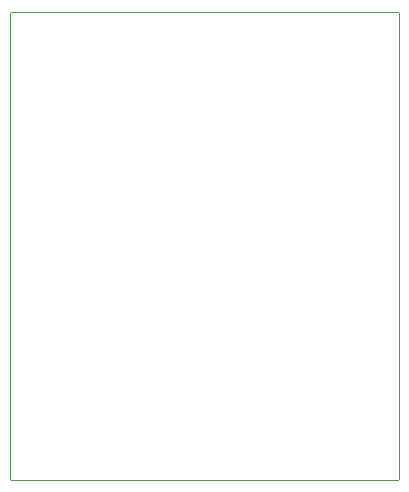
<source format=gm1>
G04*
G04 #@! TF.GenerationSoftware,Altium Limited,Altium Designer,21.2.1 (34)*
G04*
G04 Layer_Color=16711935*
%FSLAX44Y44*%
%MOMM*%
G71*
G04*
G04 #@! TF.SameCoordinates,32138B9C-427C-45C4-8288-55465CA957BF*
G04*
G04*
G04 #@! TF.FilePolarity,Positive*
G04*
G01*
G75*
%ADD70C,0.1000*%
D70*
X328160Y394970D02*
X327660Y395470D01*
X328160Y394970D02*
X327660Y395470D01*
X327660Y-500D02*
X328160Y-0D01*
X327660Y-500D02*
X328160Y-0D01*
X0Y395470D02*
X-500Y394970D01*
X0Y395470D02*
X-500Y394970D01*
X-500Y-0D02*
X-0Y-500D01*
X-500Y-0D02*
X-0Y-500D01*
X-500Y-0D02*
X-500Y394970D01*
X328160Y-0D02*
X328160Y394970D01*
X0Y395470D02*
X327660D01*
X-0Y-500D02*
X327660D01*
M02*

</source>
